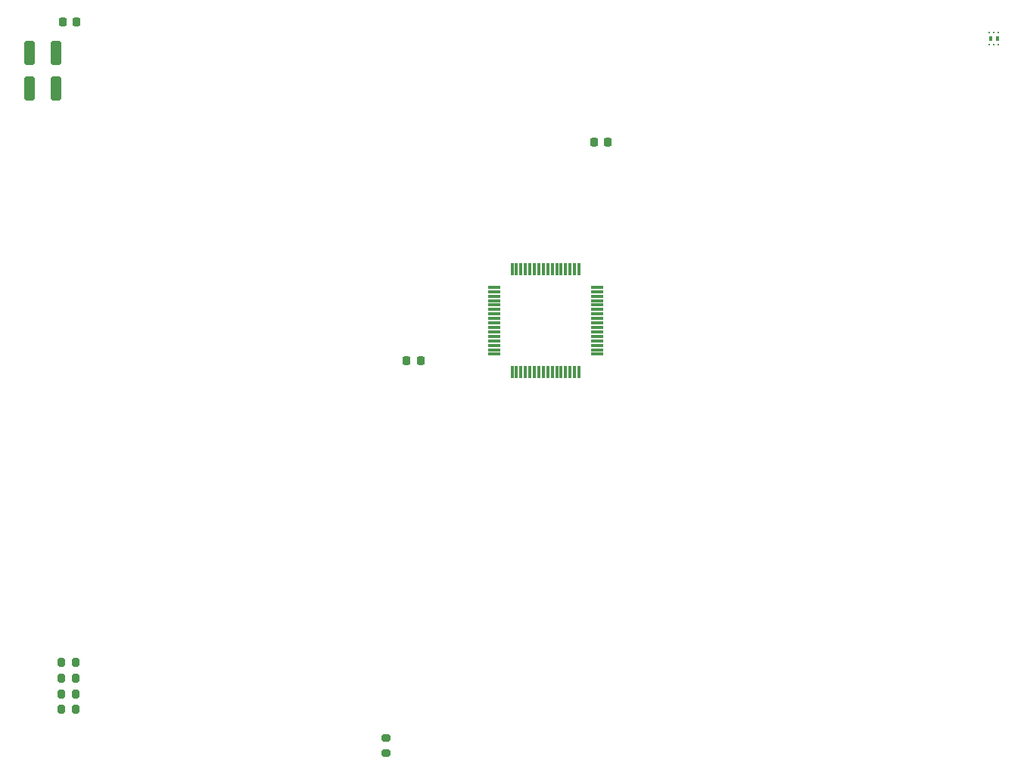
<source format=gbr>
%TF.GenerationSoftware,KiCad,Pcbnew,8.0.5*%
%TF.CreationDate,2025-01-29T09:14:24-07:00*%
%TF.ProjectId,Senior_Project_Schematic_Design,53656e69-6f72-45f5-9072-6f6a6563745f,rev?*%
%TF.SameCoordinates,Original*%
%TF.FileFunction,Paste,Top*%
%TF.FilePolarity,Positive*%
%FSLAX46Y46*%
G04 Gerber Fmt 4.6, Leading zero omitted, Abs format (unit mm)*
G04 Created by KiCad (PCBNEW 8.0.5) date 2025-01-29 09:14:24*
%MOMM*%
%LPD*%
G01*
G04 APERTURE LIST*
G04 Aperture macros list*
%AMRoundRect*
0 Rectangle with rounded corners*
0 $1 Rounding radius*
0 $2 $3 $4 $5 $6 $7 $8 $9 X,Y pos of 4 corners*
0 Add a 4 corners polygon primitive as box body*
4,1,4,$2,$3,$4,$5,$6,$7,$8,$9,$2,$3,0*
0 Add four circle primitives for the rounded corners*
1,1,$1+$1,$2,$3*
1,1,$1+$1,$4,$5*
1,1,$1+$1,$6,$7*
1,1,$1+$1,$8,$9*
0 Add four rect primitives between the rounded corners*
20,1,$1+$1,$2,$3,$4,$5,0*
20,1,$1+$1,$4,$5,$6,$7,0*
20,1,$1+$1,$6,$7,$8,$9,0*
20,1,$1+$1,$8,$9,$2,$3,0*%
G04 Aperture macros list end*
%ADD10RoundRect,0.200000X-0.200000X-0.275000X0.200000X-0.275000X0.200000X0.275000X-0.200000X0.275000X0*%
%ADD11RoundRect,0.225000X0.225000X0.250000X-0.225000X0.250000X-0.225000X-0.250000X0.225000X-0.250000X0*%
%ADD12R,0.250000X0.250000*%
%ADD13R,0.440000X0.610000*%
%ADD14R,1.475000X0.300000*%
%ADD15R,0.300000X1.475000*%
%ADD16RoundRect,0.250000X0.325000X1.100000X-0.325000X1.100000X-0.325000X-1.100000X0.325000X-1.100000X0*%
%ADD17RoundRect,0.250000X-0.325000X-1.100000X0.325000X-1.100000X0.325000X1.100000X-0.325000X1.100000X0*%
%ADD18RoundRect,0.225000X-0.225000X-0.250000X0.225000X-0.250000X0.225000X0.250000X-0.225000X0.250000X0*%
%ADD19RoundRect,0.200000X0.275000X-0.200000X0.275000X0.200000X-0.275000X0.200000X-0.275000X-0.200000X0*%
G04 APERTURE END LIST*
D10*
%TO.C,R4*%
X244050000Y-151800000D03*
X245700000Y-151800000D03*
%TD*%
D11*
%TO.C,C7*%
X245775000Y-76600000D03*
X244225000Y-76600000D03*
%TD*%
D10*
%TO.C,R5*%
X244050000Y-153550000D03*
X245700000Y-153550000D03*
%TD*%
D12*
%TO.C,Q1*%
X347900000Y-79100000D03*
X348400000Y-79100000D03*
X348900000Y-79100000D03*
X348900000Y-77750000D03*
X348400000Y-77750000D03*
X347900000Y-77750000D03*
D13*
X348780000Y-78425000D03*
X348020000Y-78425000D03*
%TD*%
D14*
%TO.C,IC1*%
X292512000Y-106272000D03*
X292512000Y-106772000D03*
X292512000Y-107272000D03*
X292512000Y-107772000D03*
X292512000Y-108272000D03*
X292512000Y-108772000D03*
X292512000Y-109272000D03*
X292512000Y-109772000D03*
X292512000Y-110272000D03*
X292512000Y-110772000D03*
X292512000Y-111272000D03*
X292512000Y-111772000D03*
X292512000Y-112272000D03*
X292512000Y-112772000D03*
X292512000Y-113272000D03*
X292512000Y-113772000D03*
D15*
X294500000Y-115760000D03*
X295000000Y-115760000D03*
X295500000Y-115760000D03*
X296000000Y-115760000D03*
X296500000Y-115760000D03*
X297000000Y-115760000D03*
X297500000Y-115760000D03*
X298000000Y-115760000D03*
X298500000Y-115760000D03*
X299000000Y-115760000D03*
X299500000Y-115760000D03*
X300000000Y-115760000D03*
X300500000Y-115760000D03*
X301000000Y-115760000D03*
X301500000Y-115760000D03*
X302000000Y-115760000D03*
D14*
X303988000Y-113772000D03*
X303988000Y-113272000D03*
X303988000Y-112772000D03*
X303988000Y-112272000D03*
X303988000Y-111772000D03*
X303988000Y-111272000D03*
X303988000Y-110772000D03*
X303988000Y-110272000D03*
X303988000Y-109772000D03*
X303988000Y-109272000D03*
X303988000Y-108772000D03*
X303988000Y-108272000D03*
X303988000Y-107772000D03*
X303988000Y-107272000D03*
X303988000Y-106772000D03*
X303988000Y-106272000D03*
D15*
X302000000Y-104284000D03*
X301500000Y-104284000D03*
X301000000Y-104284000D03*
X300500000Y-104284000D03*
X300000000Y-104284000D03*
X299500000Y-104284000D03*
X299000000Y-104284000D03*
X298500000Y-104284000D03*
X298000000Y-104284000D03*
X297500000Y-104284000D03*
X297000000Y-104284000D03*
X296500000Y-104284000D03*
X296000000Y-104284000D03*
X295500000Y-104284000D03*
X295000000Y-104284000D03*
X294500000Y-104284000D03*
%TD*%
D16*
%TO.C,C8*%
X243475000Y-80000000D03*
X240525000Y-80000000D03*
%TD*%
D17*
%TO.C,C9*%
X240525000Y-84000000D03*
X243475000Y-84000000D03*
%TD*%
D18*
%TO.C,C6*%
X303655000Y-90000000D03*
X305205000Y-90000000D03*
%TD*%
D10*
%TO.C,R2*%
X244050000Y-148300000D03*
X245700000Y-148300000D03*
%TD*%
D11*
%TO.C,C1*%
X284275000Y-114500000D03*
X282725000Y-114500000D03*
%TD*%
D19*
%TO.C,R1*%
X280400000Y-158425000D03*
X280400000Y-156775000D03*
%TD*%
D10*
%TO.C,R3*%
X244050000Y-150050000D03*
X245700000Y-150050000D03*
%TD*%
M02*

</source>
